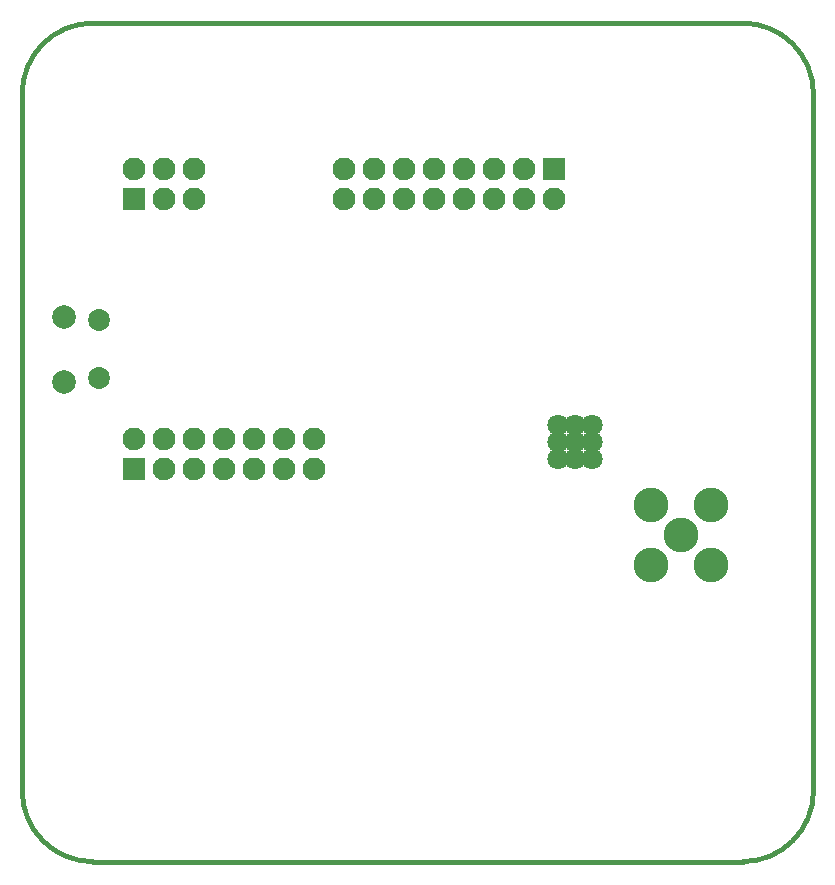
<source format=gbs>
G04 #@! TF.FileFunction,Soldermask,Bot*
%FSLAX46Y46*%
G04 Gerber Fmt 4.6, Leading zero omitted, Abs format (unit mm)*
G04 Created by KiCad (PCBNEW 4.0.2+e4-6225~38~ubuntu15.10.1-stable) date Thu 22 Jun 2017 11:13:15 SAST*
%MOMM*%
G01*
G04 APERTURE LIST*
%ADD10C,0.150000*%
%ADD11C,0.381000*%
%ADD12C,2.006600*%
%ADD13C,1.856740*%
%ADD14C,2.946400*%
%ADD15R,1.930400X1.930400*%
%ADD16C,1.930400*%
%ADD17C,1.805940*%
G04 APERTURE END LIST*
D10*
D11*
X115000000Y-139000000D02*
G75*
G03X121000000Y-145000000I6000000J0D01*
G01*
X176000000Y-145000000D02*
G75*
G03X182000000Y-139000000I0J6000000D01*
G01*
X121000000Y-74000000D02*
G75*
G03X115000000Y-80000000I0J-6000000D01*
G01*
X182000000Y-80000000D02*
G75*
G03X176000000Y-74000000I-6000000J0D01*
G01*
X115000000Y-139000000D02*
X115000000Y-80000000D01*
X176000000Y-74000000D02*
X121000000Y-74000000D01*
X182000000Y-139000000D02*
X182000000Y-80000000D01*
X121000000Y-145000000D02*
X176000000Y-145000000D01*
D12*
X118539260Y-98849180D03*
X118539260Y-104350820D03*
D13*
X121511060Y-99113340D03*
X121511060Y-104086660D03*
D14*
X170815000Y-117348000D03*
X168275000Y-114808000D03*
X168275000Y-119888000D03*
X173355000Y-119888000D03*
X173355000Y-114808000D03*
D15*
X160020000Y-86360000D03*
D16*
X160020000Y-88900000D03*
X157480000Y-86360000D03*
X157480000Y-88900000D03*
X154940000Y-86360000D03*
X154940000Y-88900000D03*
X152400000Y-86360000D03*
X152400000Y-88900000D03*
X149860000Y-86360000D03*
X149860000Y-88900000D03*
X147320000Y-86360000D03*
X147320000Y-88900000D03*
X144780000Y-86360000D03*
X144780000Y-88900000D03*
X142240000Y-86360000D03*
X142240000Y-88900000D03*
D15*
X124460000Y-111760000D03*
D16*
X124460000Y-109220000D03*
X127000000Y-111760000D03*
X127000000Y-109220000D03*
X129540000Y-111760000D03*
X129540000Y-109220000D03*
X132080000Y-111760000D03*
X132080000Y-109220000D03*
X134620000Y-111760000D03*
X134620000Y-109220000D03*
X137160000Y-111760000D03*
X137160000Y-109220000D03*
X139700000Y-111760000D03*
X139700000Y-109220000D03*
D15*
X124460000Y-88900000D03*
D16*
X124460000Y-86360000D03*
X127000000Y-88900000D03*
X127000000Y-86360000D03*
X129540000Y-88900000D03*
X129540000Y-86360000D03*
D17*
X163258500Y-110934500D03*
X163258500Y-109474000D03*
X163258500Y-108013500D03*
X161798000Y-108013500D03*
X161798000Y-109474000D03*
X161798000Y-110934500D03*
X160337500Y-108013500D03*
X160337500Y-109474000D03*
X160337500Y-110934500D03*
M02*

</source>
